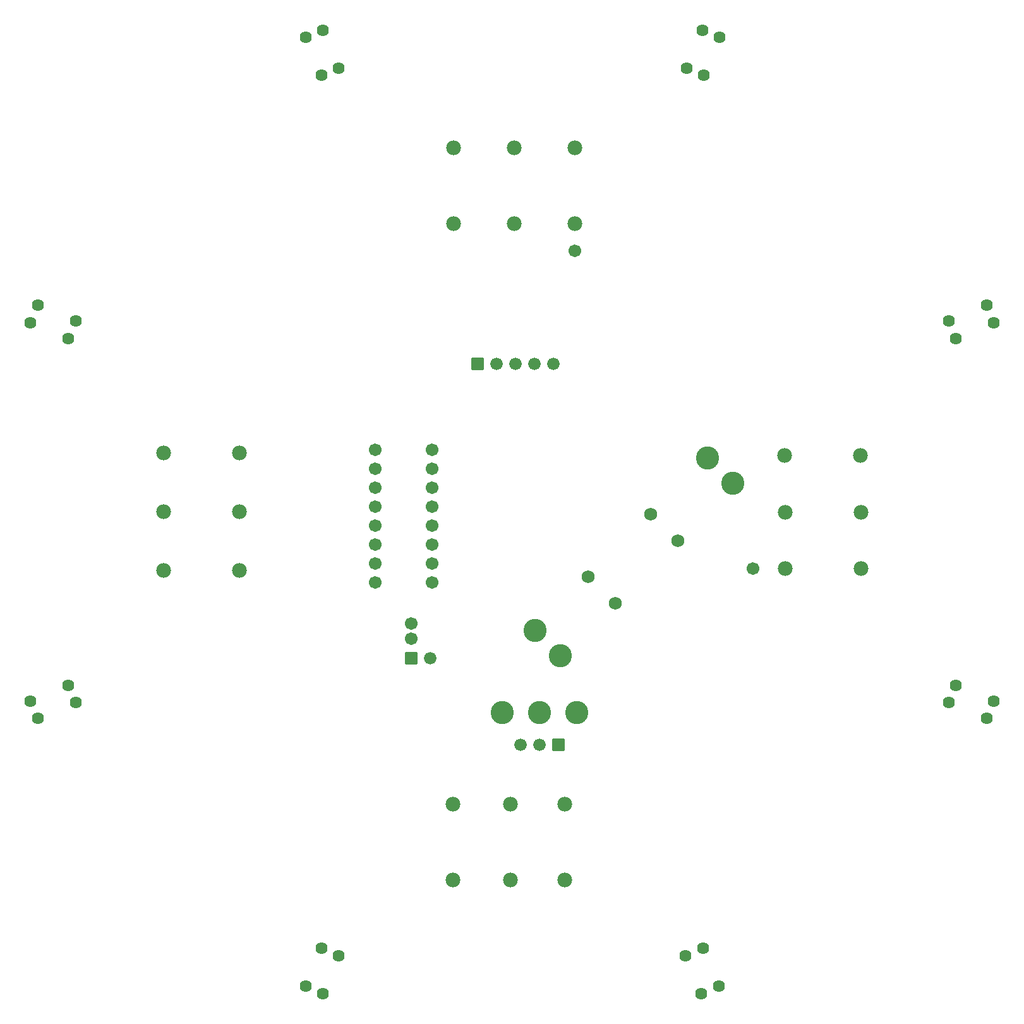
<source format=gbs>
G04 Layer: BottomSolderMaskLayer*
G04 EasyEDA v6.5.39, 2025-03-02 11:35:30*
G04 2ef312028e1c4a72bddf737b2bd369bb,953214928e7c43af8b9c7e5a0e4489c6,10*
G04 Gerber Generator version 0.2*
G04 Scale: 100 percent, Rotated: No, Reflected: No *
G04 Dimensions in millimeters *
G04 leading zeros omitted , absolute positions ,4 integer and 5 decimal *
%FSLAX45Y45*%
%MOMM*%

%AMMACRO1*1,1,$1,$2,$3*1,1,$1,$4,$5*1,1,$1,0-$2,0-$3*1,1,$1,0-$4,0-$5*20,1,$1,$2,$3,$4,$5,0*20,1,$1,$4,$5,0-$2,0-$3,0*20,1,$1,0-$2,0-$3,0-$4,0-$5,0*20,1,$1,0-$4,0-$5,$2,$3,0*4,1,4,$2,$3,$4,$5,0-$2,0-$3,0-$4,0-$5,$2,$3,0*%
%ADD10MACRO1,0.1016X0.7874X0.7874X0.7874X-0.7874*%
%ADD11C,1.6764*%
%ADD12MACRO1,0.1016X-0.7874X0.7874X0.7874X0.7874*%
%ADD13C,1.9812*%
%ADD14C,1.6240*%
%ADD15C,1.7016*%
%ADD16MACRO1,0.1016X0.7874X-0.7874X-0.7874X-0.7874*%
%ADD17C,1.7272*%
%ADD18C,3.1016*%

%LPD*%
D10*
G01*
X6248400Y5360720D03*
D11*
G01*
X6502400Y5360720D03*
G01*
X8153400Y9309100D03*
G01*
X7899400Y9309100D03*
G01*
X7645400Y9309100D03*
G01*
X7391400Y9309100D03*
D12*
G01*
X7137400Y9309100D03*
D13*
G01*
X3949700Y7327900D03*
G01*
X2933700Y7327900D03*
G01*
X8445500Y12204700D03*
G01*
X8445500Y11188700D03*
G01*
X12268200Y8077200D03*
G01*
X11252200Y8077200D03*
G01*
X12280900Y6565900D03*
G01*
X11264900Y6565900D03*
G01*
X8305800Y2387600D03*
G01*
X8305800Y3403600D03*
G01*
X6807200Y2387600D03*
G01*
X6807200Y3403600D03*
G01*
X2933700Y6540500D03*
G01*
X3949700Y6540500D03*
G01*
X2933700Y8115300D03*
G01*
X3949700Y8115300D03*
G01*
X6819900Y12204700D03*
G01*
X6819900Y11188700D03*
D14*
G01*
X1242339Y4552619D03*
G01*
X1145133Y4787290D03*
G01*
X1750466Y4763109D03*
G01*
X1653260Y4997780D03*
G01*
X13959560Y10090480D03*
G01*
X14056766Y9855809D03*
G01*
X13451433Y9879990D03*
G01*
X13548639Y9645319D03*
G01*
X10147909Y13777366D03*
G01*
X10382580Y13680160D03*
G01*
X9937419Y13269239D03*
G01*
X10172090Y13172033D03*
D15*
G01*
X6527800Y6375400D03*
G01*
X6527800Y6629400D03*
G01*
X6527800Y6883400D03*
G01*
X6527800Y7137400D03*
G01*
X6527800Y7391400D03*
G01*
X6527800Y7645400D03*
G01*
X6527800Y7899400D03*
G01*
X6527800Y8153400D03*
G01*
X5765800Y8153400D03*
G01*
X5765800Y7899400D03*
G01*
X5765800Y7645400D03*
G01*
X5765800Y7391400D03*
G01*
X5765800Y7137400D03*
G01*
X5765800Y6883400D03*
G01*
X5765800Y6629400D03*
G01*
X5765800Y6375400D03*
D14*
G01*
X4832019Y13680160D03*
G01*
X5066690Y13777366D03*
G01*
X5042509Y13172033D03*
G01*
X5277180Y13269239D03*
G01*
X1145133Y9855809D03*
G01*
X1242339Y10090480D03*
G01*
X1653260Y9645319D03*
G01*
X1750466Y9879990D03*
G01*
X5066690Y865733D03*
G01*
X4832019Y962913D03*
G01*
X5277180Y1373860D03*
G01*
X5042509Y1471066D03*
G01*
X10369880Y962939D03*
G01*
X10135209Y865733D03*
G01*
X10159390Y1471066D03*
G01*
X9924719Y1373860D03*
G01*
X14056766Y4787290D03*
G01*
X13959560Y4552619D03*
G01*
X13548639Y4997780D03*
G01*
X13451433Y4763109D03*
D13*
G01*
X7581900Y3403600D03*
G01*
X7581900Y2387600D03*
G01*
X11264900Y7315200D03*
G01*
X12280900Y7315200D03*
G01*
X7632700Y11188700D03*
G01*
X7632700Y12204700D03*
D16*
G01*
X8221598Y4201185D03*
D11*
G01*
X7967599Y4201185D03*
G01*
X7713599Y4201185D03*
D17*
G01*
X8980705Y6094194D03*
G01*
X8621494Y6453405D03*
G01*
X9818905Y6932394D03*
G01*
X9459694Y7291605D03*
D18*
G01*
X8246899Y5392900D03*
G01*
X7907500Y5732299D03*
G01*
X10218900Y8043699D03*
G01*
X10558299Y7704300D03*
D15*
G01*
X8445500Y10820400D03*
G01*
X6248400Y5626100D03*
G01*
X6248400Y5829300D03*
G01*
X10833100Y6565900D03*
D18*
G01*
X8467597Y4635500D03*
G01*
X7967599Y4635500D03*
G01*
X7467600Y4635500D03*
M02*

</source>
